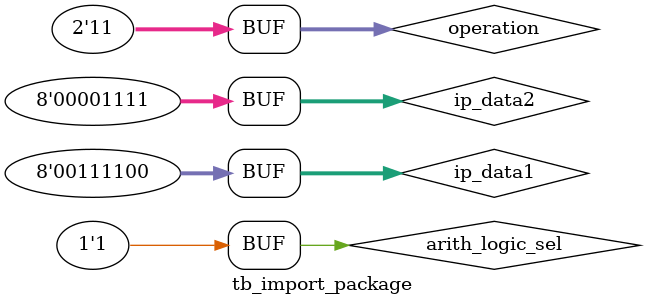
<source format=sv>
`timescale 1ns / 1ps


module tb_import_package;
 
    // Inputs
    logic arith_logic_sel;
    logic [7:0] ip_data1, ip_data2;
	logic [1:0] operation;

    // Output
	logic [15:0] data_out;
                
    // instantiate the unit under test (uut)
    import_package inst (  	.arith_logic_sel(arith_logic_sel),           
							.operation(operation),
							.ip_data1(ip_data1),   
							.ip_data2(ip_data2),   
							.data_out(data_out)
						);
					 
	initial 
    begin
        // initialize inputs
        arith_logic_sel = 0;
		operation = 2'b00;
        ip_data1 = 0;
        ip_data2 = 0;
    end
    
    initial 
    begin
        arith_logic_sel = 0;
		ip_data1 = 8'd20;
        ip_data2 = 8'd10;
		
		operation = 2'b00;		
		
        #10;
		operation = 2'b01;
                
        #10;
		operation = 2'b10;
                
        #10;
		operation = 2'b11;    
        
        #10;
        arith_logic_sel = 1;
		ip_data1 = 8'd60;
        ip_data2 = 8'd15;
		
		operation = 2'b00;		
		        
        #10;
		operation = 2'b01;
                
        #10;
		operation = 2'b10;
                
        #10;
		operation = 2'b11;
    end	
endmodule
</source>
